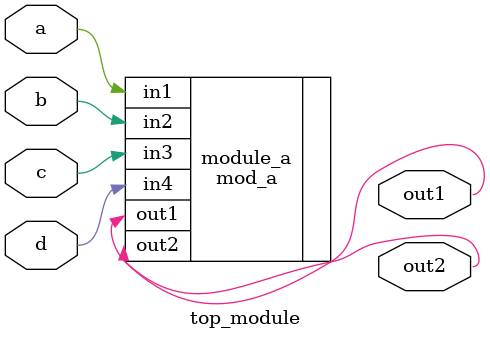
<source format=v>
module top_module(a,b,c,d,out1,out2);
    input a,b,c,d;
    output out1,out2;
    mod_a module_a (.out1(out1),
                    .out2(out2),
                    .in1(a),
                    .in2(b),
                    .in3(c),
                    .in4(d));
endmodule
</source>
